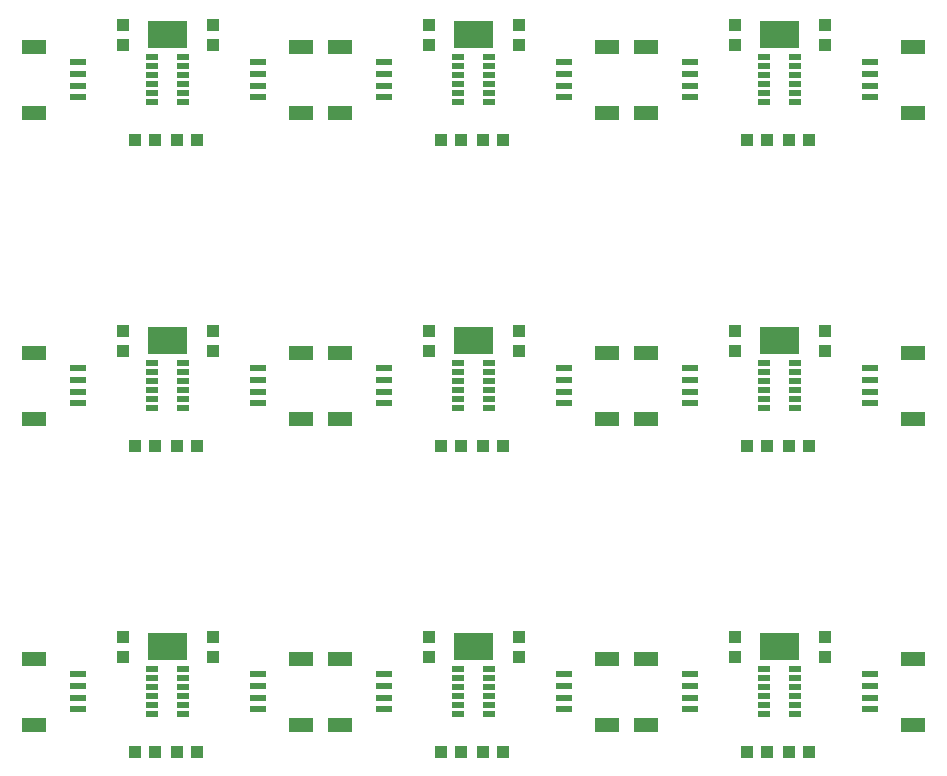
<source format=gtp>
G04 #@! TF.FileFunction,Paste,Top*
%FSLAX46Y46*%
G04 Gerber Fmt 4.6, Leading zero omitted, Abs format (unit mm)*
G04 Created by KiCad (PCBNEW 4.0.6) date 05/24/17 14:54:34*
%MOMM*%
%LPD*%
G01*
G04 APERTURE LIST*
%ADD10C,0.100000*%
%ADD11R,2.000000X1.200000*%
%ADD12R,1.350000X0.600000*%
%ADD13R,1.100000X1.000000*%
%ADD14R,1.000000X0.550000*%
%ADD15R,1.000000X1.100000*%
%ADD16R,0.635000X1.270000*%
G04 APERTURE END LIST*
D10*
G36*
X200025000Y-153263600D02*
X203327000Y-153263600D01*
X203327000Y-151028400D01*
X200025000Y-151028400D01*
X200025000Y-153263600D01*
G37*
G36*
X174117000Y-153263600D02*
X177419000Y-153263600D01*
X177419000Y-151028400D01*
X174117000Y-151028400D01*
X174117000Y-153263600D01*
G37*
G36*
X148209000Y-153263600D02*
X151511000Y-153263600D01*
X151511000Y-151028400D01*
X148209000Y-151028400D01*
X148209000Y-153263600D01*
G37*
G36*
X200025000Y-127355600D02*
X203327000Y-127355600D01*
X203327000Y-125120400D01*
X200025000Y-125120400D01*
X200025000Y-127355600D01*
G37*
G36*
X174117000Y-127355600D02*
X177419000Y-127355600D01*
X177419000Y-125120400D01*
X174117000Y-125120400D01*
X174117000Y-127355600D01*
G37*
G36*
X148209000Y-127355600D02*
X151511000Y-127355600D01*
X151511000Y-125120400D01*
X148209000Y-125120400D01*
X148209000Y-127355600D01*
G37*
G36*
X200025000Y-101447600D02*
X203327000Y-101447600D01*
X203327000Y-99212400D01*
X200025000Y-99212400D01*
X200025000Y-101447600D01*
G37*
G36*
X174117000Y-101447600D02*
X177419000Y-101447600D01*
X177419000Y-99212400D01*
X174117000Y-99212400D01*
X174117000Y-101447600D01*
G37*
G36*
X148209000Y-101447600D02*
X151511000Y-101447600D01*
X151511000Y-99212400D01*
X148209000Y-99212400D01*
X148209000Y-101447600D01*
G37*
D11*
X190381000Y-153156000D03*
X190381000Y-158756000D03*
D12*
X194056000Y-154456000D03*
X194056000Y-155456000D03*
X194056000Y-156456000D03*
X194056000Y-157456000D03*
D11*
X164473000Y-153156000D03*
X164473000Y-158756000D03*
D12*
X168148000Y-154456000D03*
X168148000Y-155456000D03*
X168148000Y-156456000D03*
X168148000Y-157456000D03*
D11*
X138565000Y-153156000D03*
X138565000Y-158756000D03*
D12*
X142240000Y-154456000D03*
X142240000Y-155456000D03*
X142240000Y-156456000D03*
X142240000Y-157456000D03*
D11*
X190381000Y-127248000D03*
X190381000Y-132848000D03*
D12*
X194056000Y-128548000D03*
X194056000Y-129548000D03*
X194056000Y-130548000D03*
X194056000Y-131548000D03*
D11*
X164473000Y-127248000D03*
X164473000Y-132848000D03*
D12*
X168148000Y-128548000D03*
X168148000Y-129548000D03*
X168148000Y-130548000D03*
X168148000Y-131548000D03*
D11*
X138565000Y-127248000D03*
X138565000Y-132848000D03*
D12*
X142240000Y-128548000D03*
X142240000Y-129548000D03*
X142240000Y-130548000D03*
X142240000Y-131548000D03*
D11*
X190381000Y-101340000D03*
X190381000Y-106940000D03*
D12*
X194056000Y-102640000D03*
X194056000Y-103640000D03*
X194056000Y-104640000D03*
X194056000Y-105640000D03*
D11*
X164473000Y-101340000D03*
X164473000Y-106940000D03*
D12*
X168148000Y-102640000D03*
X168148000Y-103640000D03*
X168148000Y-104640000D03*
X168148000Y-105640000D03*
D13*
X200621000Y-161036000D03*
X198921000Y-161036000D03*
X174713000Y-161036000D03*
X173013000Y-161036000D03*
X148805000Y-161036000D03*
X147105000Y-161036000D03*
X200621000Y-135128000D03*
X198921000Y-135128000D03*
X174713000Y-135128000D03*
X173013000Y-135128000D03*
X148805000Y-135128000D03*
X147105000Y-135128000D03*
X200621000Y-109220000D03*
X198921000Y-109220000D03*
X174713000Y-109220000D03*
X173013000Y-109220000D03*
D14*
X200376000Y-154081000D03*
X200376000Y-154831000D03*
X200376000Y-155581000D03*
X200376000Y-156331000D03*
X200376000Y-157081000D03*
X200376000Y-157831000D03*
X202976000Y-157831000D03*
X202976000Y-157081000D03*
X202976000Y-156331000D03*
X202976000Y-155581000D03*
X202976000Y-154831000D03*
X202976000Y-154081000D03*
X174468000Y-154081000D03*
X174468000Y-154831000D03*
X174468000Y-155581000D03*
X174468000Y-156331000D03*
X174468000Y-157081000D03*
X174468000Y-157831000D03*
X177068000Y-157831000D03*
X177068000Y-157081000D03*
X177068000Y-156331000D03*
X177068000Y-155581000D03*
X177068000Y-154831000D03*
X177068000Y-154081000D03*
X148560000Y-154081000D03*
X148560000Y-154831000D03*
X148560000Y-155581000D03*
X148560000Y-156331000D03*
X148560000Y-157081000D03*
X148560000Y-157831000D03*
X151160000Y-157831000D03*
X151160000Y-157081000D03*
X151160000Y-156331000D03*
X151160000Y-155581000D03*
X151160000Y-154831000D03*
X151160000Y-154081000D03*
X200376000Y-128173000D03*
X200376000Y-128923000D03*
X200376000Y-129673000D03*
X200376000Y-130423000D03*
X200376000Y-131173000D03*
X200376000Y-131923000D03*
X202976000Y-131923000D03*
X202976000Y-131173000D03*
X202976000Y-130423000D03*
X202976000Y-129673000D03*
X202976000Y-128923000D03*
X202976000Y-128173000D03*
X174468000Y-128173000D03*
X174468000Y-128923000D03*
X174468000Y-129673000D03*
X174468000Y-130423000D03*
X174468000Y-131173000D03*
X174468000Y-131923000D03*
X177068000Y-131923000D03*
X177068000Y-131173000D03*
X177068000Y-130423000D03*
X177068000Y-129673000D03*
X177068000Y-128923000D03*
X177068000Y-128173000D03*
X148560000Y-128173000D03*
X148560000Y-128923000D03*
X148560000Y-129673000D03*
X148560000Y-130423000D03*
X148560000Y-131173000D03*
X148560000Y-131923000D03*
X151160000Y-131923000D03*
X151160000Y-131173000D03*
X151160000Y-130423000D03*
X151160000Y-129673000D03*
X151160000Y-128923000D03*
X151160000Y-128173000D03*
X200376000Y-102265000D03*
X200376000Y-103015000D03*
X200376000Y-103765000D03*
X200376000Y-104515000D03*
X200376000Y-105265000D03*
X200376000Y-106015000D03*
X202976000Y-106015000D03*
X202976000Y-105265000D03*
X202976000Y-104515000D03*
X202976000Y-103765000D03*
X202976000Y-103015000D03*
X202976000Y-102265000D03*
X174468000Y-102265000D03*
X174468000Y-103015000D03*
X174468000Y-103765000D03*
X174468000Y-104515000D03*
X174468000Y-105265000D03*
X174468000Y-106015000D03*
X177068000Y-106015000D03*
X177068000Y-105265000D03*
X177068000Y-104515000D03*
X177068000Y-103765000D03*
X177068000Y-103015000D03*
X177068000Y-102265000D03*
D13*
X202476000Y-161036000D03*
X204176000Y-161036000D03*
X176568000Y-161036000D03*
X178268000Y-161036000D03*
X150660000Y-161036000D03*
X152360000Y-161036000D03*
X202476000Y-135128000D03*
X204176000Y-135128000D03*
X176568000Y-135128000D03*
X178268000Y-135128000D03*
X150660000Y-135128000D03*
X152360000Y-135128000D03*
X202476000Y-109220000D03*
X204176000Y-109220000D03*
X176568000Y-109220000D03*
X178268000Y-109220000D03*
D11*
X212971000Y-158756000D03*
X212971000Y-153156000D03*
D12*
X209296000Y-157456000D03*
X209296000Y-156456000D03*
X209296000Y-155456000D03*
X209296000Y-154456000D03*
D11*
X187063000Y-158756000D03*
X187063000Y-153156000D03*
D12*
X183388000Y-157456000D03*
X183388000Y-156456000D03*
X183388000Y-155456000D03*
X183388000Y-154456000D03*
D11*
X161155000Y-158756000D03*
X161155000Y-153156000D03*
D12*
X157480000Y-157456000D03*
X157480000Y-156456000D03*
X157480000Y-155456000D03*
X157480000Y-154456000D03*
D11*
X212971000Y-132848000D03*
X212971000Y-127248000D03*
D12*
X209296000Y-131548000D03*
X209296000Y-130548000D03*
X209296000Y-129548000D03*
X209296000Y-128548000D03*
D11*
X187063000Y-132848000D03*
X187063000Y-127248000D03*
D12*
X183388000Y-131548000D03*
X183388000Y-130548000D03*
X183388000Y-129548000D03*
X183388000Y-128548000D03*
D11*
X161155000Y-132848000D03*
X161155000Y-127248000D03*
D12*
X157480000Y-131548000D03*
X157480000Y-130548000D03*
X157480000Y-129548000D03*
X157480000Y-128548000D03*
D11*
X212971000Y-106940000D03*
X212971000Y-101340000D03*
D12*
X209296000Y-105640000D03*
X209296000Y-104640000D03*
X209296000Y-103640000D03*
X209296000Y-102640000D03*
D11*
X187063000Y-106940000D03*
X187063000Y-101340000D03*
D12*
X183388000Y-105640000D03*
X183388000Y-104640000D03*
X183388000Y-103640000D03*
X183388000Y-102640000D03*
D15*
X197866000Y-151296000D03*
X197866000Y-152996000D03*
X171958000Y-151296000D03*
X171958000Y-152996000D03*
X146050000Y-151296000D03*
X146050000Y-152996000D03*
X197866000Y-125388000D03*
X197866000Y-127088000D03*
X171958000Y-125388000D03*
X171958000Y-127088000D03*
X146050000Y-125388000D03*
X146050000Y-127088000D03*
X197866000Y-99480000D03*
X197866000Y-101180000D03*
X171958000Y-99480000D03*
X171958000Y-101180000D03*
X205486000Y-151296000D03*
X205486000Y-152996000D03*
X179578000Y-151296000D03*
X179578000Y-152996000D03*
X153670000Y-151296000D03*
X153670000Y-152996000D03*
X205486000Y-125388000D03*
X205486000Y-127088000D03*
X179578000Y-125388000D03*
X179578000Y-127088000D03*
X153670000Y-125388000D03*
X153670000Y-127088000D03*
X205486000Y-99480000D03*
X205486000Y-101180000D03*
X179578000Y-99480000D03*
X179578000Y-101180000D03*
D16*
X200863200Y-152146000D03*
X201676000Y-152146000D03*
X202488800Y-152146000D03*
X174955200Y-152146000D03*
X175768000Y-152146000D03*
X176580800Y-152146000D03*
X149047200Y-152146000D03*
X149860000Y-152146000D03*
X150672800Y-152146000D03*
X200863200Y-126238000D03*
X201676000Y-126238000D03*
X202488800Y-126238000D03*
X174955200Y-126238000D03*
X175768000Y-126238000D03*
X176580800Y-126238000D03*
X149047200Y-126238000D03*
X149860000Y-126238000D03*
X150672800Y-126238000D03*
X200863200Y-100330000D03*
X201676000Y-100330000D03*
X202488800Y-100330000D03*
X174955200Y-100330000D03*
X175768000Y-100330000D03*
X176580800Y-100330000D03*
X149047200Y-100330000D03*
X149860000Y-100330000D03*
X150672800Y-100330000D03*
D11*
X138565000Y-101340000D03*
X138565000Y-106940000D03*
D12*
X142240000Y-102640000D03*
X142240000Y-103640000D03*
X142240000Y-104640000D03*
X142240000Y-105640000D03*
D11*
X161155000Y-106940000D03*
X161155000Y-101340000D03*
D12*
X157480000Y-105640000D03*
X157480000Y-104640000D03*
X157480000Y-103640000D03*
X157480000Y-102640000D03*
D13*
X148805000Y-109220000D03*
X147105000Y-109220000D03*
D15*
X153670000Y-99480000D03*
X153670000Y-101180000D03*
X146050000Y-99480000D03*
X146050000Y-101180000D03*
D14*
X148560000Y-102265000D03*
X148560000Y-103015000D03*
X148560000Y-103765000D03*
X148560000Y-104515000D03*
X148560000Y-105265000D03*
X148560000Y-106015000D03*
X151160000Y-106015000D03*
X151160000Y-105265000D03*
X151160000Y-104515000D03*
X151160000Y-103765000D03*
X151160000Y-103015000D03*
X151160000Y-102265000D03*
D13*
X150660000Y-109220000D03*
X152360000Y-109220000D03*
M02*

</source>
